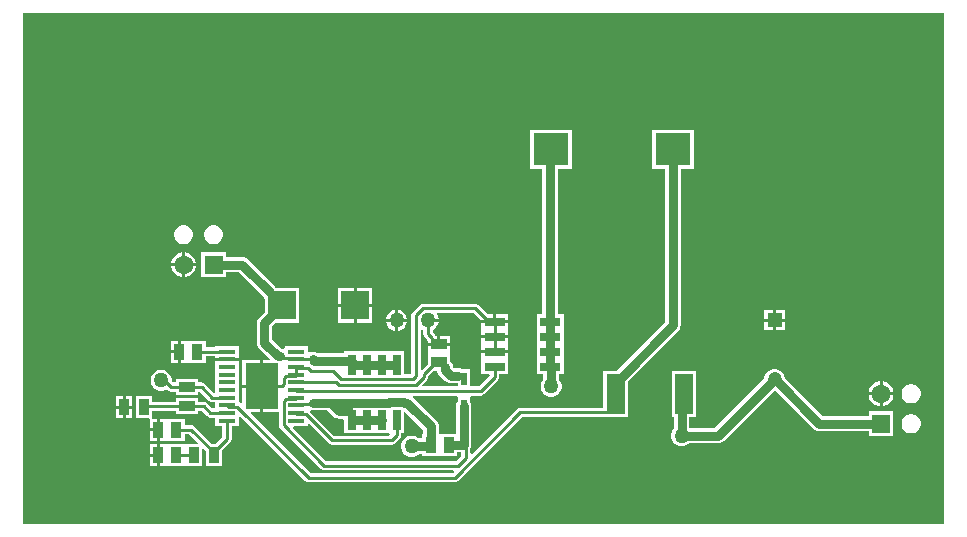
<source format=gtl>
G04*
G04 #@! TF.GenerationSoftware,Altium Limited,Altium Designer,24.0.1 (36)*
G04*
G04 Layer_Physical_Order=1*
G04 Layer_Color=255*
%FSLAX44Y44*%
%MOMM*%
G71*
G04*
G04 #@! TF.SameCoordinates,5D675279-D88B-4D66-B6F5-DA5342284FE9*
G04*
G04*
G04 #@! TF.FilePolarity,Positive*
G04*
G01*
G75*
%ADD13C,0.2540*%
%ADD15R,0.7200X1.7800*%
%ADD16R,2.3500X2.4500*%
%ADD17R,0.9500X1.3500*%
%ADD18R,2.7400X3.8600*%
%ADD19R,1.4500X0.4500*%
%ADD20R,1.7800X0.7200*%
%ADD21R,1.3500X0.8500*%
%ADD22R,0.8500X1.3500*%
%ADD23R,1.5400X3.4200*%
%ADD24R,3.0000X2.8000*%
%ADD25R,1.3500X0.9500*%
%ADD26R,0.5500X1.0500*%
%ADD43C,0.8000*%
%ADD44R,1.6000X1.6000*%
%ADD45C,1.6000*%
%ADD46R,1.6000X1.6000*%
%ADD47R,1.2000X1.2000*%
%ADD48C,1.2000*%
%ADD49C,1.2700*%
G36*
X1304290Y447040D02*
X524510D01*
Y880110D01*
X1304290D01*
Y447040D01*
D02*
G37*
%LPC*%
G36*
X686859Y700190D02*
X684742D01*
X682697Y699642D01*
X680863Y698584D01*
X679366Y697087D01*
X678308Y695253D01*
X677760Y693208D01*
Y691092D01*
X678308Y689047D01*
X679366Y687213D01*
X680863Y685716D01*
X682697Y684658D01*
X684742Y684110D01*
X686859D01*
X688903Y684658D01*
X690737Y685716D01*
X692234Y687213D01*
X693292Y689047D01*
X693840Y691092D01*
Y693208D01*
X693292Y695253D01*
X692234Y697087D01*
X690737Y698584D01*
X688903Y699642D01*
X686859Y700190D01*
D02*
G37*
G36*
X661459D02*
X659342D01*
X657297Y699642D01*
X655463Y698584D01*
X653966Y697087D01*
X652908Y695253D01*
X652360Y693208D01*
Y691092D01*
X652908Y689047D01*
X653966Y687213D01*
X655463Y685716D01*
X657297Y684658D01*
X659342Y684110D01*
X661459D01*
X663503Y684658D01*
X665337Y685716D01*
X666834Y687213D01*
X667892Y689047D01*
X668440Y691092D01*
Y693208D01*
X667892Y695253D01*
X666834Y697087D01*
X665337Y698584D01*
X663503Y699642D01*
X661459Y700190D01*
D02*
G37*
G36*
X661788Y677290D02*
X661670D01*
Y668020D01*
X670940D01*
Y668138D01*
X670222Y670818D01*
X668834Y673222D01*
X666872Y675184D01*
X664468Y676572D01*
X661788Y677290D01*
D02*
G37*
G36*
X659130D02*
X659012D01*
X656332Y676572D01*
X653928Y675184D01*
X651966Y673222D01*
X650578Y670818D01*
X649860Y668138D01*
Y668020D01*
X659130D01*
Y677290D01*
D02*
G37*
G36*
X670940Y665480D02*
X661670D01*
Y656210D01*
X661788D01*
X664468Y656928D01*
X666872Y658316D01*
X668834Y660278D01*
X670222Y662682D01*
X670940Y665362D01*
Y665480D01*
D02*
G37*
G36*
X659130D02*
X649860D01*
Y665362D01*
X650578Y662682D01*
X651966Y660278D01*
X653928Y658316D01*
X656332Y656928D01*
X659012Y656210D01*
X659130D01*
Y665480D01*
D02*
G37*
G36*
X819990Y647250D02*
X806970D01*
Y633730D01*
X819990D01*
Y647250D01*
D02*
G37*
G36*
X804430D02*
X791410D01*
Y633730D01*
X804430D01*
Y647250D01*
D02*
G37*
G36*
X1169320Y628300D02*
X1162050D01*
Y621030D01*
X1169320D01*
Y628300D01*
D02*
G37*
G36*
X842010Y628623D02*
Y621030D01*
X849603D01*
X849024Y623191D01*
X847854Y625219D01*
X846199Y626874D01*
X844171Y628044D01*
X842010Y628623D01*
D02*
G37*
G36*
X839470D02*
X837309Y628044D01*
X835281Y626874D01*
X833626Y625219D01*
X832456Y623191D01*
X831877Y621030D01*
X839470D01*
Y628623D01*
D02*
G37*
G36*
X1159510Y628300D02*
X1152240D01*
Y621030D01*
X1159510D01*
Y628300D01*
D02*
G37*
G36*
X935460Y624630D02*
X925290D01*
Y619760D01*
X935460D01*
Y624630D01*
D02*
G37*
G36*
X1092240Y781080D02*
X1057160D01*
Y748000D01*
X1068104D01*
Y618202D01*
X1027071Y577170D01*
X1015920D01*
Y545585D01*
X945124D01*
X943638Y545289D01*
X942377Y544447D01*
X904436Y506505D01*
X903263Y506991D01*
Y511178D01*
X903869Y512643D01*
X904094Y514350D01*
Y546908D01*
X903869Y548615D01*
X903210Y550206D01*
X903180Y550246D01*
Y555090D01*
X904079Y555985D01*
X911860D01*
X913347Y556281D01*
X914607Y557123D01*
X926767Y569283D01*
X927609Y570543D01*
X927905Y572030D01*
Y574250D01*
X935460D01*
Y586530D01*
X935460D01*
Y586950D01*
X935460D01*
Y591820D01*
X924020D01*
X912580D01*
Y586950D01*
X912580D01*
Y586530D01*
X912580D01*
Y574250D01*
X918950D01*
X919476Y572980D01*
X910251Y563755D01*
X903180D01*
Y578090D01*
X896620D01*
X896108Y578483D01*
X894517Y579142D01*
X892810Y579366D01*
X889199D01*
X888325Y580240D01*
X888152Y581557D01*
X887493Y583148D01*
X886444Y584515D01*
X885590Y585170D01*
Y591610D01*
X885590D01*
Y592030D01*
X885590D01*
Y598050D01*
X876300D01*
X867010D01*
Y592030D01*
X867010D01*
Y591610D01*
X867010D01*
Y582524D01*
X862308Y577822D01*
X861135Y578308D01*
Y611783D01*
X862405Y612385D01*
X863525Y611738D01*
Y608210D01*
X863821Y606723D01*
X864663Y605463D01*
X866935Y603191D01*
Y602800D01*
X867010Y602425D01*
Y600590D01*
X875030D01*
Y606610D01*
X874193D01*
X873567Y607547D01*
X871295Y609819D01*
Y611738D01*
X872869Y612646D01*
X874524Y614301D01*
X875694Y616329D01*
X876273Y618490D01*
X867410D01*
Y621030D01*
X876273D01*
X875694Y623191D01*
X874785Y624765D01*
X875387Y626035D01*
X905681D01*
X911956Y619760D01*
X922750D01*
Y624630D01*
X918074D01*
X910037Y632667D01*
X908777Y633509D01*
X907290Y633805D01*
X863202D01*
X861715Y633509D01*
X860455Y632667D01*
X854503Y626715D01*
X853661Y625455D01*
X853365Y623968D01*
Y574063D01*
X853217Y573915D01*
X846880D01*
Y593640D01*
X834600D01*
Y593640D01*
X834180D01*
Y593640D01*
X821900D01*
Y593640D01*
X821480D01*
Y593640D01*
X809200D01*
Y593640D01*
X808780D01*
Y593640D01*
X796500D01*
Y592066D01*
X773388D01*
X773028Y592342D01*
X771438Y593001D01*
X769730Y593226D01*
X768023Y593001D01*
X766750Y592474D01*
X765480Y593050D01*
Y597920D01*
X745900D01*
Y596030D01*
X744630Y595203D01*
X743788Y595552D01*
X743419Y595600D01*
X735539Y603479D01*
Y614471D01*
X738739Y617670D01*
X757990D01*
Y647250D01*
X738540D01*
X737884Y648104D01*
X714574Y671414D01*
X713208Y672463D01*
X711617Y673122D01*
X709910Y673346D01*
X696340D01*
Y677290D01*
X675260D01*
Y656210D01*
X696340D01*
Y660154D01*
X707178D01*
X728556Y638776D01*
X729410Y638120D01*
Y626999D01*
X724278Y621867D01*
X723230Y620501D01*
X722571Y618910D01*
X722346Y617203D01*
Y600747D01*
X722571Y599040D01*
X723230Y597449D01*
X724278Y596083D01*
X733468Y586893D01*
X732982Y585720D01*
X727710D01*
Y563880D01*
Y542040D01*
X741285D01*
Y531025D01*
X741581Y529539D01*
X742423Y528279D01*
X776879Y493823D01*
X778139Y492981D01*
X779625Y492685D01*
X888957D01*
X889443Y491512D01*
X888225Y490295D01*
X767895D01*
X717323Y540867D01*
X717809Y542040D01*
X725170D01*
Y562610D01*
X710200D01*
Y549649D01*
X709027Y549163D01*
X708792Y549397D01*
X707532Y550239D01*
X706980Y550349D01*
Y562340D01*
Y568840D01*
Y575340D01*
Y581840D01*
Y585360D01*
X687400D01*
Y581840D01*
Y575340D01*
Y568840D01*
Y558833D01*
X686130Y558354D01*
X678497Y565987D01*
X677236Y566829D01*
X675750Y567125D01*
X672230D01*
Y570030D01*
X653650D01*
Y567125D01*
X651428D01*
X650240Y568313D01*
Y570130D01*
X649634Y572391D01*
X648464Y574419D01*
X646809Y576074D01*
X644781Y577244D01*
X642520Y577850D01*
X640180D01*
X637919Y577244D01*
X635891Y576074D01*
X634236Y574419D01*
X633066Y572391D01*
X632460Y570130D01*
Y567790D01*
X633066Y565529D01*
X634236Y563501D01*
X635891Y561846D01*
X637919Y560676D01*
X640180Y560070D01*
X642520D01*
X644781Y560676D01*
X646118Y561447D01*
X647073Y560493D01*
X648333Y559651D01*
X649819Y559355D01*
X653650D01*
Y556450D01*
X672230D01*
Y559355D01*
X674141D01*
X682113Y551383D01*
X683373Y550541D01*
X684860Y550245D01*
X687400D01*
Y545015D01*
X684719D01*
X680247Y549487D01*
X678987Y550329D01*
X677500Y550625D01*
X672230D01*
Y553530D01*
X653650D01*
Y550625D01*
X633530D01*
Y555390D01*
X619950D01*
Y536810D01*
X630565D01*
X631640Y536340D01*
X631640Y535540D01*
Y528320D01*
X637660D01*
Y536340D01*
X634605D01*
X633530Y536810D01*
X633530Y537610D01*
Y542855D01*
X653650D01*
Y539950D01*
X672230D01*
Y542855D01*
X675891D01*
X680363Y538383D01*
X681623Y537541D01*
X683110Y537246D01*
X687400D01*
Y529840D01*
X693305D01*
Y520959D01*
X687096Y514750D01*
X684504D01*
X669457Y529797D01*
X668197Y530639D01*
X666710Y530935D01*
X661220D01*
Y536340D01*
X647490D01*
X646640Y536340D01*
X645370Y536340D01*
X640200D01*
Y527050D01*
Y517760D01*
X645370D01*
X646220Y517760D01*
X647490Y517760D01*
X661220D01*
Y523165D01*
X665101D01*
X672343Y515923D01*
X671857Y514750D01*
X662510D01*
Y514750D01*
X661340D01*
Y514750D01*
X647610D01*
X646760Y514750D01*
X645490Y514750D01*
X640320D01*
Y505460D01*
Y496170D01*
X645490D01*
X646340Y496170D01*
X647610Y496170D01*
X661340D01*
Y496170D01*
X662510D01*
Y496170D01*
X676090D01*
Y510517D01*
X677263Y511003D01*
X679010Y509256D01*
Y496170D01*
X692590D01*
Y509256D01*
X699937Y516603D01*
X700779Y517863D01*
X701075Y519350D01*
Y529840D01*
X706980D01*
Y538563D01*
X708153Y539049D01*
X763539Y483663D01*
X764799Y482821D01*
X766285Y482525D01*
X889834D01*
X891321Y482821D01*
X892581Y483663D01*
X946733Y537815D01*
X1019730D01*
X1020105Y537890D01*
X1036400D01*
Y567841D01*
X1079364Y610806D01*
X1080413Y612172D01*
X1081072Y613763D01*
X1081296Y615470D01*
Y748000D01*
X1092240D01*
Y781080D01*
D02*
G37*
G36*
X819990Y631190D02*
X806970D01*
Y617670D01*
X819990D01*
Y631190D01*
D02*
G37*
G36*
X804430D02*
X791410D01*
Y617670D01*
X804430D01*
Y631190D01*
D02*
G37*
G36*
X1169320Y618490D02*
X1162050D01*
Y611220D01*
X1169320D01*
Y618490D01*
D02*
G37*
G36*
X1159510D02*
X1152240D01*
Y611220D01*
X1159510D01*
Y618490D01*
D02*
G37*
G36*
X849603D02*
X842010D01*
Y610897D01*
X844171Y611476D01*
X846199Y612646D01*
X847854Y614301D01*
X849024Y616329D01*
X849603Y618490D01*
D02*
G37*
G36*
X839470D02*
X831877D01*
X832456Y616329D01*
X833626Y614301D01*
X835281Y612646D01*
X837309Y611476D01*
X839470Y610897D01*
Y618490D01*
D02*
G37*
G36*
X935460Y617220D02*
X924020D01*
X912580D01*
Y612350D01*
X912580D01*
Y611930D01*
X912580D01*
Y607060D01*
X924020D01*
X935460D01*
Y611930D01*
X935460D01*
Y612350D01*
X935460D01*
Y617220D01*
D02*
G37*
G36*
X885590Y606610D02*
X877570D01*
Y600590D01*
X885590D01*
Y606610D01*
D02*
G37*
G36*
X655440Y602380D02*
X649420D01*
Y594360D01*
X655440D01*
Y602380D01*
D02*
G37*
G36*
X935460Y604520D02*
X924020D01*
X912580D01*
Y599650D01*
X912580D01*
Y599230D01*
X912580D01*
Y594360D01*
X924020D01*
X935460D01*
Y599230D01*
X935460D01*
Y599650D01*
X935460D01*
Y604520D01*
D02*
G37*
G36*
X664420Y602380D02*
X663150Y602380D01*
X657980D01*
Y593090D01*
Y583800D01*
X663150D01*
X664000Y583800D01*
X665270Y583800D01*
X679000D01*
Y589245D01*
X687400D01*
Y587900D01*
X706980D01*
Y588340D01*
Y597920D01*
X687400D01*
Y597015D01*
X679000D01*
Y602380D01*
X665270D01*
X664420Y602380D01*
D02*
G37*
G36*
X655440Y591820D02*
X649420D01*
Y583800D01*
X655440D01*
Y591820D01*
D02*
G37*
G36*
X725170Y585720D02*
X710200D01*
Y565150D01*
X725170D01*
Y585720D01*
D02*
G37*
G36*
X1252338Y568070D02*
X1252220D01*
Y558800D01*
X1261490D01*
Y558918D01*
X1260772Y561598D01*
X1259384Y564002D01*
X1257422Y565964D01*
X1255018Y567352D01*
X1252338Y568070D01*
D02*
G37*
G36*
X1249680D02*
X1249562D01*
X1246882Y567352D01*
X1244478Y565964D01*
X1242516Y564002D01*
X1241128Y561598D01*
X1240410Y558918D01*
Y558800D01*
X1249680D01*
Y568070D01*
D02*
G37*
G36*
X989090Y781080D02*
X954010D01*
Y748000D01*
X964224D01*
Y624630D01*
X959380D01*
Y612350D01*
X959380D01*
Y611930D01*
X959380D01*
Y599650D01*
X959380D01*
Y599230D01*
X959380D01*
Y586950D01*
X959380D01*
Y586530D01*
X959380D01*
Y574250D01*
X964954D01*
Y569856D01*
X964436Y569339D01*
X963266Y567311D01*
X962660Y565050D01*
Y562710D01*
X963266Y560449D01*
X964436Y558421D01*
X966091Y556766D01*
X968119Y555596D01*
X970380Y554990D01*
X972720D01*
X974981Y555596D01*
X977009Y556766D01*
X978664Y558421D01*
X979834Y560449D01*
X980440Y562710D01*
Y565050D01*
X979834Y567311D01*
X978664Y569339D01*
X978146Y569856D01*
Y574250D01*
X982260D01*
Y586530D01*
X982260D01*
Y586950D01*
X982260D01*
Y599230D01*
X982260D01*
Y599650D01*
X982260D01*
Y611930D01*
X982260D01*
Y612350D01*
X982260D01*
Y624630D01*
X977416D01*
Y748000D01*
X989090D01*
Y781080D01*
D02*
G37*
G36*
X1277409Y565570D02*
X1275292D01*
X1273247Y565022D01*
X1271413Y563964D01*
X1269916Y562467D01*
X1268858Y560633D01*
X1268310Y558588D01*
Y556471D01*
X1268858Y554427D01*
X1269916Y552593D01*
X1271413Y551096D01*
X1273247Y550038D01*
X1275292Y549490D01*
X1277409D01*
X1279453Y550038D01*
X1281287Y551096D01*
X1282784Y552593D01*
X1283842Y554427D01*
X1284390Y556471D01*
Y558588D01*
X1283842Y560633D01*
X1282784Y562467D01*
X1281287Y563964D01*
X1279453Y565022D01*
X1277409Y565570D01*
D02*
G37*
G36*
X617030Y555390D02*
X611510D01*
Y547370D01*
X617030D01*
Y555390D01*
D02*
G37*
G36*
X608970D02*
X603450D01*
Y547370D01*
X608970D01*
Y555390D01*
D02*
G37*
G36*
X1261490Y556260D02*
X1252220D01*
Y546990D01*
X1252338D01*
X1255018Y547708D01*
X1257422Y549096D01*
X1259384Y551058D01*
X1260772Y553462D01*
X1261490Y556142D01*
Y556260D01*
D02*
G37*
G36*
X1249680D02*
X1240410D01*
Y556142D01*
X1241128Y553462D01*
X1242516Y551058D01*
X1244478Y549096D01*
X1246882Y547708D01*
X1249562Y546990D01*
X1249680D01*
Y556260D01*
D02*
G37*
G36*
X617030Y544830D02*
X611510D01*
Y536810D01*
X617030D01*
Y544830D01*
D02*
G37*
G36*
X608970D02*
X603450D01*
Y536810D01*
X608970D01*
Y544830D01*
D02*
G37*
G36*
X1161904Y578300D02*
X1159656D01*
X1157484Y577718D01*
X1155536Y576594D01*
X1153946Y575004D01*
X1152822Y573056D01*
X1152240Y570884D01*
Y570549D01*
X1110258Y528566D01*
X1088636D01*
Y537890D01*
X1094200D01*
Y577170D01*
X1073720D01*
Y537890D01*
X1075444D01*
Y527946D01*
X1074926Y527429D01*
X1073756Y525401D01*
X1073150Y523140D01*
Y520800D01*
X1073756Y518539D01*
X1074926Y516511D01*
X1076581Y514856D01*
X1078609Y513686D01*
X1080870Y513080D01*
X1083210D01*
X1085471Y513686D01*
X1087499Y514856D01*
X1088016Y515374D01*
X1112990D01*
X1114697Y515598D01*
X1116288Y516257D01*
X1117654Y517306D01*
X1160780Y560431D01*
X1193746Y527466D01*
X1195112Y526417D01*
X1196703Y525758D01*
X1198410Y525534D01*
X1240410D01*
Y521590D01*
X1261490D01*
Y542670D01*
X1240410D01*
Y538726D01*
X1201142D01*
X1169320Y570549D01*
Y570884D01*
X1168738Y573056D01*
X1167614Y575004D01*
X1166024Y576594D01*
X1164076Y577718D01*
X1161904Y578300D01*
D02*
G37*
G36*
X1277409Y540170D02*
X1275292D01*
X1273247Y539622D01*
X1271413Y538564D01*
X1269916Y537067D01*
X1268858Y535233D01*
X1268310Y533189D01*
Y531072D01*
X1268858Y529027D01*
X1269916Y527193D01*
X1271413Y525696D01*
X1273247Y524638D01*
X1275292Y524090D01*
X1277409D01*
X1279453Y524638D01*
X1281287Y525696D01*
X1282784Y527193D01*
X1283842Y529027D01*
X1284390Y531072D01*
Y533189D01*
X1283842Y535233D01*
X1282784Y537067D01*
X1281287Y538564D01*
X1279453Y539622D01*
X1277409Y540170D01*
D02*
G37*
G36*
X637660Y525780D02*
X631640D01*
Y517760D01*
X637660D01*
Y525780D01*
D02*
G37*
G36*
X637780Y514750D02*
X631760D01*
Y506730D01*
X637780D01*
Y514750D01*
D02*
G37*
G36*
Y504190D02*
X631760D01*
Y496170D01*
X637780D01*
Y504190D01*
D02*
G37*
%LPD*%
G36*
X875408Y575749D02*
X876067Y574158D01*
X877116Y572792D01*
X881802Y568106D01*
X883168Y567057D01*
X884759Y566398D01*
X886466Y566174D01*
X892600D01*
Y563755D01*
X862888D01*
X862402Y564928D01*
X866622Y569148D01*
X867464Y570408D01*
X867760Y571895D01*
Y572286D01*
X872504Y577030D01*
X875240D01*
X875408Y575749D01*
D02*
G37*
G36*
X892600Y555090D02*
Y551268D01*
X891785Y550206D01*
X891126Y548615D01*
X890901Y546908D01*
Y523640D01*
X877660D01*
X877660Y523640D01*
X876546Y524018D01*
Y529850D01*
X876322Y531557D01*
X875663Y533148D01*
X874614Y534515D01*
X854555Y554574D01*
X854371Y554715D01*
X854802Y555985D01*
X891701D01*
X892600Y555090D01*
D02*
G37*
G36*
X769620Y543314D02*
X782128D01*
X787076Y538366D01*
X788442Y537317D01*
X790033Y536658D01*
X791740Y536434D01*
X795217D01*
X796054Y535479D01*
X796044Y535400D01*
X796268Y533693D01*
X796500Y533133D01*
Y523960D01*
X808780D01*
Y523960D01*
X809200D01*
Y523960D01*
X821480D01*
Y523960D01*
X821900D01*
Y523960D01*
X833330D01*
X834180Y523960D01*
Y523960D01*
X834600D01*
X835546Y523178D01*
X835570Y523121D01*
X834734Y522045D01*
X787894D01*
X767573Y542365D01*
X767620Y542526D01*
X768239Y543495D01*
X769620Y543314D01*
D02*
G37*
G36*
X863354Y527118D02*
Y523640D01*
X862660D01*
Y519676D01*
X859416D01*
X858899Y520194D01*
X856871Y521364D01*
X854610Y521970D01*
X852270D01*
X850009Y521364D01*
X847981Y520194D01*
X846326Y518539D01*
X845156Y516511D01*
X844550Y514250D01*
Y511910D01*
X845156Y509649D01*
X846326Y507621D01*
X847981Y505966D01*
X850009Y504796D01*
X852270Y504190D01*
X854610D01*
X856871Y504796D01*
X858899Y505966D01*
X859416Y506484D01*
X862660D01*
Y505060D01*
X877240D01*
Y505060D01*
X877660D01*
Y505060D01*
X892240D01*
Y507754D01*
X895493D01*
Y504747D01*
X891201Y500455D01*
X781235D01*
X753023Y528667D01*
X753509Y529840D01*
X765480D01*
Y531811D01*
X766654Y532297D01*
X783538Y515413D01*
X784798Y514571D01*
X786284Y514275D01*
X836712D01*
X838199Y514571D01*
X839459Y515413D01*
X843487Y519441D01*
X844329Y520701D01*
X844625Y522188D01*
Y523960D01*
X846880D01*
Y541795D01*
X848150Y542321D01*
X863354Y527118D01*
D02*
G37*
D13*
X761670Y548610D02*
X768320D01*
X769620Y549910D01*
X755690Y547630D02*
X760690D01*
X761670Y548610D01*
X856930Y564950D02*
X863875Y571895D01*
X911860Y559870D02*
X924020Y572030D01*
X791771Y564950D02*
X856930D01*
X755690Y560630D02*
X756450Y559870D01*
X786786Y577120D02*
X793876Y570030D01*
X789591Y567130D02*
X791771Y564950D01*
X756450Y559870D02*
X911860D01*
X793876Y570030D02*
X854826D01*
X857250Y572454D01*
X896410Y572770D02*
X897890Y571290D01*
X892810Y572770D02*
X896410D01*
X897890Y570300D02*
Y571290D01*
X755690Y580130D02*
X756130Y579690D01*
X768195Y577120D02*
X786786D01*
X756130Y579690D02*
X765625D01*
X755690Y586630D02*
X769730D01*
X765625Y579690D02*
X768195Y577120D01*
X743700Y632460D02*
Y632960D01*
Y631960D02*
Y632460D01*
X743568Y587610D02*
X754710D01*
X742080Y589098D02*
X743568Y587610D01*
X742080Y589098D02*
Y589180D01*
X754710Y587610D02*
X755690Y586630D01*
Y573630D02*
Y580130D01*
X754710Y572650D02*
X755690Y573630D01*
X868680Y513080D02*
X869950Y514350D01*
X1082040Y555610D02*
X1083960Y557530D01*
X889834Y486410D02*
X945124Y541700D01*
X1026160Y548130D02*
Y557530D01*
X1019730Y541700D02*
X1026160Y548130D01*
X945124Y541700D02*
X1019730D01*
X766285Y486410D02*
X889834D01*
X1026160Y557530D02*
Y566930D01*
X970820Y763810D02*
X971550Y764540D01*
X800310Y543030D02*
X802640Y540700D01*
Y535400D02*
Y540700D01*
X836712Y518160D02*
X840740Y522188D01*
Y535400D01*
X924020Y593090D02*
Y605790D01*
Y618490D01*
X970820Y580390D02*
X971550Y579660D01*
X924020Y572030D02*
Y580390D01*
X907290Y629920D02*
X918720Y618490D01*
X863202Y629920D02*
X907290D01*
X918720Y618490D02*
X924020D01*
X878300Y584320D02*
X881780Y580840D01*
Y579850D02*
Y580840D01*
X876300Y584320D02*
X878300D01*
X897498Y546908D02*
X897890Y547300D01*
X870820Y602800D02*
X874300Y599320D01*
X867410Y608210D02*
Y619760D01*
X874300Y599320D02*
X876300D01*
X870820Y602800D02*
Y604800D01*
X867410Y608210D02*
X870820Y604800D01*
X857250Y572454D02*
Y623968D01*
X874300Y584320D02*
X876300D01*
X863875Y573895D02*
X874300Y584320D01*
X863875Y571895D02*
Y573895D01*
X857250Y623968D02*
X863202Y629920D01*
X899378Y503138D02*
Y512470D01*
X897498Y514350D02*
X899378Y512470D01*
X786284Y518160D02*
X836712D01*
X764294Y540150D02*
X786284Y518160D01*
X892810Y496570D02*
X899378Y503138D01*
X779625Y496570D02*
X892810D01*
X755690Y567130D02*
X789591D01*
X755690Y541130D02*
X756670Y540150D01*
X764294D01*
X649819Y563240D02*
X662940D01*
X644099Y568960D02*
X649819Y563240D01*
X641350Y568960D02*
X644099D01*
X626740Y546100D02*
X627380Y546740D01*
X662940D01*
X677500D02*
X683110Y541130D01*
X662940Y546740D02*
X677500D01*
X683110Y541130D02*
X697190D01*
X662940Y563240D02*
X675750D01*
X684860Y554130D01*
X697190D01*
X733220Y643440D02*
X743700Y632960D01*
X685800Y507960D02*
X697190Y519350D01*
X685800Y505460D02*
Y507960D01*
X697190Y519350D02*
Y534630D01*
X671710Y593090D02*
X671750Y593130D01*
X697190D01*
X654050Y505460D02*
X669300D01*
X638930Y505580D02*
X639050Y505460D01*
X654050D02*
X654680Y506090D01*
X666710Y527050D02*
X685800Y507960D01*
X653930Y527050D02*
X666710D01*
X638820Y527160D02*
X638930Y527050D01*
X638820Y527160D02*
Y529160D01*
X745170Y531025D02*
X779625Y496570D01*
X745170Y570735D02*
X747086Y572650D01*
X726440Y563880D02*
X743682D01*
X745170Y565368D01*
Y570735D01*
X747086Y572650D02*
X754710D01*
X692190Y534630D02*
X697190D01*
X706045Y546650D02*
X766285Y486410D01*
X698170Y546650D02*
X706045D01*
X754710Y553150D02*
X755690Y554130D01*
X747086Y553150D02*
X754710D01*
X745170Y551235D02*
X747086Y553150D01*
X745170Y531025D02*
Y551235D01*
D15*
X840740Y582200D02*
D03*
X828040D02*
D03*
X815340D02*
D03*
X802640D02*
D03*
X840740Y535400D02*
D03*
X828040D02*
D03*
X815340D02*
D03*
X802640D02*
D03*
D16*
X743700Y632460D02*
D03*
X805700D02*
D03*
D17*
X884950Y514350D02*
D03*
X869950D02*
D03*
X654050Y505460D02*
D03*
X639050D02*
D03*
X638930Y527050D02*
D03*
X653930D02*
D03*
X671710Y593090D02*
D03*
X656710D02*
D03*
D18*
X726440Y563880D02*
D03*
D19*
X755690Y593130D02*
D03*
Y586630D02*
D03*
Y580130D02*
D03*
Y573630D02*
D03*
Y567130D02*
D03*
Y560630D02*
D03*
Y554130D02*
D03*
Y547630D02*
D03*
Y541130D02*
D03*
Y534630D02*
D03*
X697190D02*
D03*
Y541130D02*
D03*
Y547630D02*
D03*
Y554130D02*
D03*
Y560630D02*
D03*
Y567130D02*
D03*
Y573630D02*
D03*
Y580130D02*
D03*
Y586630D02*
D03*
Y593130D02*
D03*
D20*
X924020Y618490D02*
D03*
Y605790D02*
D03*
Y593090D02*
D03*
Y580390D02*
D03*
X970820Y618490D02*
D03*
Y605790D02*
D03*
Y593090D02*
D03*
Y580390D02*
D03*
D21*
X662940Y563240D02*
D03*
Y546740D02*
D03*
D22*
X626740Y546100D02*
D03*
X610240D02*
D03*
X685800Y505460D02*
D03*
X669300D02*
D03*
D23*
X1026160Y557530D02*
D03*
X1083960D02*
D03*
D24*
X1074700Y764540D02*
D03*
X971550D02*
D03*
D25*
X876300Y584320D02*
D03*
Y599320D02*
D03*
D26*
X897890Y547300D02*
D03*
Y570300D02*
D03*
D43*
X769620Y549910D02*
X784860D01*
X846825Y550300D02*
X847215Y549910D01*
X849890D01*
X869950Y529850D01*
X784860Y549910D02*
X791740Y543030D01*
X834265Y549910D02*
X834655Y550300D01*
X791740Y543030D02*
X800310D01*
X834655Y550300D02*
X846825D01*
X784860Y549910D02*
X834265D01*
X881780Y577456D02*
X886466Y572770D01*
X892810D01*
X881780Y577456D02*
Y579850D01*
X770890Y585470D02*
X802240D01*
X802640Y582200D02*
Y585070D01*
X802240Y585470D02*
X802640Y585070D01*
X685800Y666750D02*
X709910D01*
X733220Y643440D01*
X769730Y586630D02*
X770890Y585470D01*
X828040Y582200D02*
X836930D01*
X815340D02*
X828040D01*
X802640D02*
X815340D01*
X740510Y589180D02*
X742080D01*
X728943Y600747D02*
Y617203D01*
Y600747D02*
X740510Y589180D01*
X853440Y513080D02*
X868680D01*
X1198410Y532130D02*
X1250950D01*
X1160780Y569760D02*
X1198410Y532130D01*
X1112990Y521970D02*
X1160780Y569760D01*
X1082040Y521970D02*
X1112990D01*
X1082040D02*
Y555610D01*
X1074700Y615470D02*
Y764540D01*
X1026160Y566930D02*
X1074700Y615470D01*
X970820Y618490D02*
Y763810D01*
X884950Y514350D02*
X897498D01*
X815340Y535400D02*
X828040D01*
X802640D02*
X815340D01*
X869950Y514350D02*
Y529850D01*
X971550Y563880D02*
Y579660D01*
X970820Y580390D02*
Y593090D01*
Y605790D01*
Y618490D01*
X897498Y514350D02*
Y546908D01*
X728943Y617203D02*
X743700Y631960D01*
D44*
X1250950Y532130D02*
D03*
D45*
Y557530D02*
D03*
X660400Y666750D02*
D03*
D46*
X685800D02*
D03*
D47*
X1160780Y619760D02*
D03*
D48*
Y569760D02*
D03*
D49*
X853440Y513080D02*
D03*
X1082040Y521970D02*
D03*
X971550Y563880D02*
D03*
X867410Y619760D02*
D03*
X840740D02*
D03*
X641350Y568960D02*
D03*
M02*

</source>
